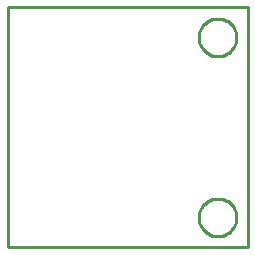
<source format=gbr>
G04 EAGLE Gerber RS-274X export*
G75*
%MOMM*%
%FSLAX34Y34*%
%LPD*%
%IN*%
%IPPOS*%
%AMOC8*
5,1,8,0,0,1.08239X$1,22.5*%
G01*
%ADD10C,0.254000*%


D10*
X0Y0D02*
X203200Y0D01*
X203200Y203200D01*
X0Y203200D01*
X0Y0D01*
X193800Y177276D02*
X193732Y176231D01*
X193595Y175192D01*
X193390Y174165D01*
X193119Y173153D01*
X192783Y172161D01*
X192382Y171193D01*
X191918Y170254D01*
X191395Y169346D01*
X190813Y168475D01*
X190175Y167644D01*
X189484Y166857D01*
X188743Y166116D01*
X187956Y165425D01*
X187125Y164788D01*
X186254Y164206D01*
X185346Y163682D01*
X184407Y163218D01*
X183439Y162817D01*
X182447Y162481D01*
X181435Y162210D01*
X180408Y162005D01*
X179369Y161869D01*
X178324Y161800D01*
X177276Y161800D01*
X176231Y161869D01*
X175192Y162005D01*
X174165Y162210D01*
X173153Y162481D01*
X172161Y162817D01*
X171193Y163218D01*
X170254Y163682D01*
X169346Y164206D01*
X168475Y164788D01*
X167644Y165425D01*
X166857Y166116D01*
X166116Y166857D01*
X165425Y167644D01*
X164788Y168475D01*
X164206Y169346D01*
X163682Y170254D01*
X163218Y171193D01*
X162817Y172161D01*
X162481Y173153D01*
X162210Y174165D01*
X162005Y175192D01*
X161869Y176231D01*
X161800Y177276D01*
X161800Y178324D01*
X161869Y179369D01*
X162005Y180408D01*
X162210Y181435D01*
X162481Y182447D01*
X162817Y183439D01*
X163218Y184407D01*
X163682Y185346D01*
X164206Y186254D01*
X164788Y187125D01*
X165425Y187956D01*
X166116Y188743D01*
X166857Y189484D01*
X167644Y190175D01*
X168475Y190813D01*
X169346Y191395D01*
X170254Y191918D01*
X171193Y192382D01*
X172161Y192783D01*
X173153Y193119D01*
X174165Y193390D01*
X175192Y193595D01*
X176231Y193732D01*
X177276Y193800D01*
X178324Y193800D01*
X179369Y193732D01*
X180408Y193595D01*
X181435Y193390D01*
X182447Y193119D01*
X183439Y192783D01*
X184407Y192382D01*
X185346Y191918D01*
X186254Y191395D01*
X187125Y190813D01*
X187956Y190175D01*
X188743Y189484D01*
X189484Y188743D01*
X190175Y187956D01*
X190813Y187125D01*
X191395Y186254D01*
X191918Y185346D01*
X192382Y184407D01*
X192783Y183439D01*
X193119Y182447D01*
X193390Y181435D01*
X193595Y180408D01*
X193732Y179369D01*
X193800Y178324D01*
X193800Y177276D01*
X193800Y24876D02*
X193732Y23831D01*
X193595Y22792D01*
X193390Y21765D01*
X193119Y20753D01*
X192783Y19761D01*
X192382Y18793D01*
X191918Y17854D01*
X191395Y16946D01*
X190813Y16075D01*
X190175Y15244D01*
X189484Y14457D01*
X188743Y13716D01*
X187956Y13025D01*
X187125Y12388D01*
X186254Y11806D01*
X185346Y11282D01*
X184407Y10818D01*
X183439Y10417D01*
X182447Y10081D01*
X181435Y9810D01*
X180408Y9605D01*
X179369Y9469D01*
X178324Y9400D01*
X177276Y9400D01*
X176231Y9469D01*
X175192Y9605D01*
X174165Y9810D01*
X173153Y10081D01*
X172161Y10417D01*
X171193Y10818D01*
X170254Y11282D01*
X169346Y11806D01*
X168475Y12388D01*
X167644Y13025D01*
X166857Y13716D01*
X166116Y14457D01*
X165425Y15244D01*
X164788Y16075D01*
X164206Y16946D01*
X163682Y17854D01*
X163218Y18793D01*
X162817Y19761D01*
X162481Y20753D01*
X162210Y21765D01*
X162005Y22792D01*
X161869Y23831D01*
X161800Y24876D01*
X161800Y25924D01*
X161869Y26969D01*
X162005Y28008D01*
X162210Y29035D01*
X162481Y30047D01*
X162817Y31039D01*
X163218Y32007D01*
X163682Y32946D01*
X164206Y33854D01*
X164788Y34725D01*
X165425Y35556D01*
X166116Y36343D01*
X166857Y37084D01*
X167644Y37775D01*
X168475Y38413D01*
X169346Y38995D01*
X170254Y39518D01*
X171193Y39982D01*
X172161Y40383D01*
X173153Y40719D01*
X174165Y40990D01*
X175192Y41195D01*
X176231Y41332D01*
X177276Y41400D01*
X178324Y41400D01*
X179369Y41332D01*
X180408Y41195D01*
X181435Y40990D01*
X182447Y40719D01*
X183439Y40383D01*
X184407Y39982D01*
X185346Y39518D01*
X186254Y38995D01*
X187125Y38413D01*
X187956Y37775D01*
X188743Y37084D01*
X189484Y36343D01*
X190175Y35556D01*
X190813Y34725D01*
X191395Y33854D01*
X191918Y32946D01*
X192382Y32007D01*
X192783Y31039D01*
X193119Y30047D01*
X193390Y29035D01*
X193595Y28008D01*
X193732Y26969D01*
X193800Y25924D01*
X193800Y24876D01*
M02*

</source>
